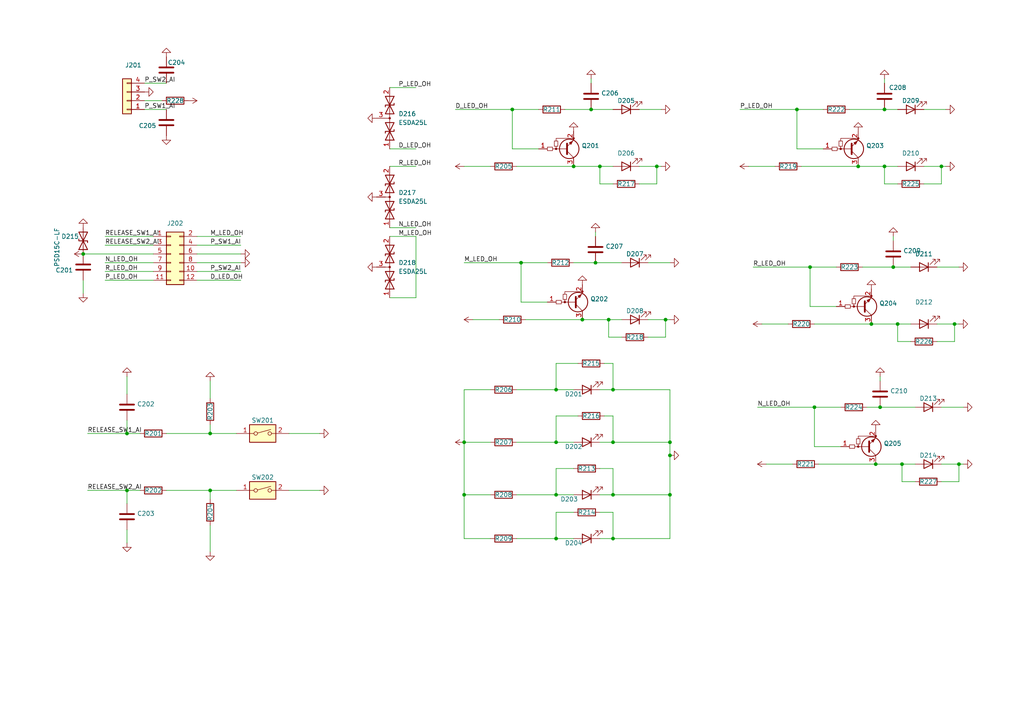
<source format=kicad_sch>
(kicad_sch (version 20211123) (generator eeschema)
  (paper "A4")
  (title_block (title "SX7H SHIFTER LED SCH") (date "2022-03-21") (rev "V02") (company "宁波正朗汽车零部件有限公司") (comment 1 "批准：") (comment 2 "校验：") (comment 3 "设计：Etan Tao"))
  (lib_symbols
    (symbol "C_7" (pin_numbers hide) (pin_names (offset 0.254))
      (property "Reference" "C" (at 0.635 2.54 0))
      (property "Value" "C_7" (at 0.635 -2.54 0))
      (symbol "C_7_1_1"
        (pin passive line (at 0 3.81 270) (length 2.794) (name "~") (number "1"))
        (pin passive line (at 0 -3.81 90) (length 2.794) (name "~") (number "2"))
      )
    )
    (symbol "Connector_Generic:Conn_01x04" (pin_names (offset 1.016) hide)
      (property "Reference" "J" (at 0 5.08 0))
      (property "Value" "Conn_01x04" (at 0 -7.62 0))
      (symbol "Conn_01x04_1_1"
        (pin passive line (at -5.08 2.54 0) (length 3.81) (name "Pin_1") (number "1"))
        (pin passive line (at -5.08 0 0) (length 3.81) (name "Pin_2") (number "2"))
        (pin passive line (at -5.08 -2.54 0) (length 3.81) (name "Pin_3") (number "3"))
        (pin passive line (at -5.08 -5.08 0) (length 3.81) (name "Pin_4") (number "4"))
      )
    )
    (symbol "Connector_Generic:Conn_02x06_Odd_Even" (pin_names (offset 1.016) hide)
      (property "Reference" "J" (at 1.27 7.62 0))
      (property "Value" "Conn_02x06_Odd_Even" (at 1.27 -10.16 0))
      (symbol "Conn_02x06_Odd_Even_1_1"
        (pin passive line (at -5.08 5.08 0) (length 3.81) (name "Pin_1") (number "1"))
        (pin passive line (at 7.62 -5.08 180) (length 3.81) (name "Pin_10") (number "10"))
        (pin passive line (at -5.08 -7.62 0) (length 3.81) (name "Pin_11") (number "11"))
        (pin passive line (at 7.62 -7.62 180) (length 3.81) (name "Pin_12") (number "12"))
        (pin passive line (at 7.62 5.08 180) (length 3.81) (name "Pin_2") (number "2"))
        (pin passive line (at -5.08 2.54 0) (length 3.81) (name "Pin_3") (number "3"))
        (pin passive line (at 7.62 2.54 180) (length 3.81) (name "Pin_4") (number "4"))
        (pin passive line (at -5.08 0 0) (length 3.81) (name "Pin_5") (number "5"))
        (pin passive line (at 7.62 0 180) (length 3.81) (name "Pin_6") (number "6"))
        (pin passive line (at -5.08 -2.54 0) (length 3.81) (name "Pin_7") (number "7"))
        (pin passive line (at 7.62 -2.54 180) (length 3.81) (name "Pin_8") (number "8"))
        (pin passive line (at -5.08 -5.08 0) (length 3.81) (name "Pin_9") (number "9"))
      )
    )
    (symbol "Device:C" (pin_numbers hide) (pin_names (offset 0.254))
      (property "Reference" "C" (at 0.635 2.54 0))
      (property "Value" "C" (at 0.635 -2.54 0))
      (symbol "C_1_1"
        (pin passive line (at 0 3.81 270) (length 2.794) (name "~") (number "1"))
        (pin passive line (at 0 -3.81 90) (length 2.794) (name "~") (number "2"))
      )
    )
    (symbol "Device:D_TVS" (pin_numbers hide) (pin_names (offset 1.016) hide)
      (property "Reference" "D" (at 0 2.54 0))
      (property "Value" "D_TVS" (at 0 -2.54 0))
      (symbol "D_TVS_1_1"
        (pin passive line (at -3.81 0 0) (length 2.54) (name "A1") (number "1"))
        (pin passive line (at 3.81 0 180) (length 2.54) (name "A2") (number "2"))
      )
    )
    (symbol "Device:D_TVS_Dual_AAC" (pin_names (offset 1.016) hide)
      (property "Reference" "D" (at 0 4.445 0))
      (property "Value" "D_TVS_Dual_AAC" (at 0 2.54 0))
      (symbol "D_TVS_Dual_AAC_1_1"
        (pin passive line (at -8.89 0 0) (length 2.54) (name "A1") (number "1"))
        (pin passive line (at 8.89 0 180) (length 2.54) (name "A2") (number "2"))
        (pin input line (at 0 -3.81 90) (length 2.54) (name "common") (number "3"))
      )
    )
    (symbol "Device:LED" (pin_numbers hide) (pin_names (offset 1.016) hide)
      (property "Reference" "D" (at 0 2.54 0))
      (property "Value" "LED" (at 0 -2.54 0))
      (symbol "LED_1_1"
        (pin passive line (at -3.81 0 0) (length 2.54) (name "K") (number "1"))
        (pin passive line (at 3.81 0 180) (length 2.54) (name "A") (number "2"))
      )
    )
    (symbol "Device:Q_NPN_BEC_BRT" (pin_names hide)
      (property "Reference" "Q" (at 3.81 1.27 0))
      (property "Value" "Q_NPN_BEC_BRT" (at 3.81 -1.27 0))
      (symbol "Q_NPN_BEC_BRT_1_1"
        (pin input line (at -8.89 0 0) (length 2.54) (name "B") (number "1"))
        (pin passive line (at 1.27 -5.08 90) (length 2.54) (name "E") (number "2"))
        (pin passive line (at 1.27 5.08 270) (length 2.54) (name "C") (number "3"))
      )
    )
    (symbol "Device:R" (pin_numbers hide) (pin_names (offset 0))
      (property "Reference" "R" (at 2.032 0 90))
      (property "Value" "R" (at 0 0 90))
      (symbol "R_1_1"
        (pin passive line (at 0 3.81 270) (length 1.27) (name "~") (number "1"))
        (pin passive line (at 0 -3.81 90) (length 1.27) (name "~") (number "2"))
      )
    )
    (symbol "Switch:SW_DIP_x01" (pin_names (offset 0) hide)
      (property "Reference" "SW" (at 0 3.81 0))
      (property "Value" "SW_DIP_x01" (at 0 -3.81 0))
      (symbol "SW_DIP_x01_1_1"
        (pin passive line (at -7.62 0 0) (length 5.08) (name "~") (number "1"))
        (pin passive line (at 7.62 0 180) (length 5.08) (name "~") (number "2"))
      )
    )
    (symbol "power:GND" (power) (pin_names (offset 0))
      (property "Value" "GND" (at 0 -3.81 0))
      (symbol "GND_1_1"
        (pin power_in line (at 0 0 270) (length 0) hide (name "GND") (number "1"))
      )
    )
    (symbol "power:VCC" (power) (pin_names (offset 0))
      (property "Value" "VCC" (at 0 3.81 0))
      (symbol "VCC_1_1"
        (pin power_in line (at 0 0 90) (length 0) hide (name "VCC") (number "1"))
      )
    )
  )
  (junction (at 273.05 48.26))
  (junction (at 60.96 142.24))
  (junction (at 36.83 125.73))
  (junction (at 190.5 48.26))
  (junction (at 176.53 92.71))
  (junction (at 259.08 77.47))
  (junction (at 261.62 134.62))
  (junction (at 134.62 128.27))
  (junction (at 252.73 93.98))
  (junction (at 231.14 31.75))
  (junction (at 177.8 113.03))
  (junction (at 173.99 48.26))
  (junction (at 148.59 31.75))
  (junction (at 24.13 73.66))
  (junction (at 194.31 143.51))
  (junction (at 248.92 48.26))
  (junction (at 161.29 143.51))
  (junction (at 172.72 76.2))
  (junction (at 161.29 128.27))
  (junction (at 168.91 92.71))
  (junction (at 254 134.62))
  (junction (at 161.29 156.21))
  (junction (at 256.54 48.26))
  (junction (at 193.04 92.71))
  (junction (at 236.22 118.11))
  (junction (at 166.37 48.26))
  (junction (at 177.8 156.21))
  (junction (at 134.62 143.51))
  (junction (at 177.8 143.51))
  (junction (at 278.13 134.62))
  (junction (at 151.13 76.2))
  (junction (at 171.45 31.75))
  (junction (at 234.95 77.47))
  (junction (at 177.8 128.27))
  (junction (at 194.31 132.08))
  (junction (at 255.27 118.11))
  (junction (at 194.31 128.27))
  (junction (at 60.96 125.73))
  (junction (at 161.29 113.03))
  (junction (at 256.54 31.75))
  (junction (at 276.86 93.98))
  (junction (at 260.35 93.98))
  (junction (at 36.83 142.24))
  (wire (pts (xy 267.97 53.34) (xy 273.05 53.34)))
  (wire (pts (xy 57.15 76.2) (xy 69.85 76.2)))
  (wire (pts (xy 236.22 118.11) (xy 243.84 118.11)))
  (wire (pts (xy 185.42 31.75) (xy 191.77 31.75)))
  (wire (pts (xy 120.65 68.58) (xy 120.65 86.36)))
  (wire (pts (xy 267.97 48.26) (xy 273.05 48.26)))
  (wire (pts (xy 30.48 81.28) (xy 44.45 81.28)))
  (wire (pts (xy 193.04 92.71) (xy 194.31 92.71)))
  (wire (pts (xy 273.05 134.62) (xy 278.13 134.62)))
  (wire (pts (xy 236.22 93.98) (xy 252.73 93.98)))
  (wire (pts (xy 252.73 93.98) (xy 260.35 93.98)))
  (wire (pts (xy 273.05 118.11) (xy 279.4 118.11)))
  (wire (pts (xy 276.86 93.98) (xy 278.13 93.98)))
  (wire (pts (xy 261.62 134.62) (xy 265.43 134.62)))
  (wire (pts (xy 175.26 120.65) (xy 177.8 120.65)))
  (wire (pts (xy 177.8 120.65) (xy 177.8 128.27)))
  (wire (pts (xy 173.99 135.89) (xy 177.8 135.89)))
  (wire (pts (xy 177.8 135.89) (xy 177.8 143.51)))
  (wire (pts (xy 152.4 92.71) (xy 168.91 92.71)))
  (wire (pts (xy 168.91 92.71) (xy 176.53 92.71)))
  (wire (pts (xy 261.62 139.7) (xy 261.62 134.62)))
  (wire (pts (xy 217.17 48.26) (xy 224.79 48.26)))
  (wire (pts (xy 113.03 86.36) (xy 120.65 86.36)))
  (wire (pts (xy 134.62 76.2) (xy 151.13 76.2)))
  (wire (pts (xy 243.84 129.54) (xy 236.22 129.54)))
  (wire (pts (xy 256.54 48.26) (xy 260.35 48.26)))
  (wire (pts (xy 25.4 142.24) (xy 36.83 142.24)))
  (wire (pts (xy 36.83 142.24) (xy 40.64 142.24)))
  (wire (pts (xy 161.29 120.65) (xy 161.29 128.27)))
  (wire (pts (xy 167.64 120.65) (xy 161.29 120.65)))
  (wire (pts (xy 260.35 53.34) (xy 256.54 53.34)))
  (wire (pts (xy 57.15 68.58) (xy 69.85 68.58)))
  (wire (pts (xy 273.05 139.7) (xy 278.13 139.7)))
  (wire (pts (xy 149.86 113.03) (xy 161.29 113.03)))
  (wire (pts (xy 161.29 113.03) (xy 166.37 113.03)))
  (wire (pts (xy 60.96 123.19) (xy 60.96 125.73)))
  (wire (pts (xy 185.42 53.34) (xy 190.5 53.34)))
  (wire (pts (xy 190.5 53.34) (xy 190.5 48.26)))
  (wire (pts (xy 57.15 71.12) (xy 69.85 71.12)))
  (wire (pts (xy 256.54 31.75) (xy 260.35 31.75)))
  (wire (pts (xy 173.99 53.34) (xy 173.99 48.26)))
  (wire (pts (xy 177.8 53.34) (xy 173.99 53.34)))
  (wire (pts (xy 180.34 97.79) (xy 176.53 97.79)))
  (wire (pts (xy 259.08 68.58) (xy 259.08 69.85)))
  (wire (pts (xy 41.91 29.21) (xy 46.99 29.21)))
  (wire (pts (xy 151.13 76.2) (xy 151.13 87.63)))
  (wire (pts (xy 148.59 31.75) (xy 148.59 43.18)))
  (wire (pts (xy 156.21 43.18) (xy 148.59 43.18)))
  (wire (pts (xy 187.96 76.2) (xy 194.31 76.2)))
  (wire (pts (xy 113.03 68.58) (xy 120.65 68.58)))
  (wire (pts (xy 276.86 99.06) (xy 276.86 93.98)))
  (wire (pts (xy 273.05 53.34) (xy 273.05 48.26)))
  (wire (pts (xy 187.96 97.79) (xy 193.04 97.79)))
  (wire (pts (xy 134.62 48.26) (xy 142.24 48.26)))
  (wire (pts (xy 161.29 135.89) (xy 161.29 143.51)))
  (wire (pts (xy 166.37 135.89) (xy 161.29 135.89)))
  (wire (pts (xy 60.96 144.78) (xy 60.96 142.24)))
  (wire (pts (xy 259.08 77.47) (xy 264.16 77.47)))
  (wire (pts (xy 113.03 43.18) (xy 120.65 43.18)))
  (wire (pts (xy 30.48 78.74) (xy 44.45 78.74)))
  (wire (pts (xy 242.57 88.9) (xy 234.95 88.9)))
  (wire (pts (xy 24.13 85.09) (xy 24.13 81.28)))
  (wire (pts (xy 176.53 97.79) (xy 176.53 92.71)))
  (wire (pts (xy 273.05 48.26) (xy 274.32 48.26)))
  (wire (pts (xy 113.03 25.4) (xy 120.65 25.4)))
  (wire (pts (xy 166.37 76.2) (xy 172.72 76.2)))
  (wire (pts (xy 158.75 87.63) (xy 151.13 87.63)))
  (wire (pts (xy 219.71 118.11) (xy 236.22 118.11)))
  (wire (pts (xy 187.96 92.71) (xy 193.04 92.71)))
  (wire (pts (xy 60.96 110.49) (xy 60.96 115.57)))
  (wire (pts (xy 238.76 43.18) (xy 231.14 43.18)))
  (wire (pts (xy 173.99 148.59) (xy 177.8 148.59)))
  (wire (pts (xy 177.8 148.59) (xy 177.8 156.21)))
  (wire (pts (xy 264.16 99.06) (xy 260.35 99.06)))
  (wire (pts (xy 278.13 134.62) (xy 279.4 134.62)))
  (wire (pts (xy 163.83 31.75) (xy 171.45 31.75)))
  (wire (pts (xy 41.91 24.13) (xy 48.26 24.13)))
  (wire (pts (xy 271.78 99.06) (xy 276.86 99.06)))
  (wire (pts (xy 24.13 73.66) (xy 44.45 73.66)))
  (wire (pts (xy 149.86 143.51) (xy 161.29 143.51)))
  (wire (pts (xy 173.99 113.03) (xy 177.8 113.03)))
  (wire (pts (xy 177.8 113.03) (xy 194.31 113.03)))
  (wire (pts (xy 36.83 121.92) (xy 36.83 125.73)))
  (wire (pts (xy 234.95 88.9) (xy 234.95 77.47)))
  (wire (pts (xy 214.63 31.75) (xy 231.14 31.75)))
  (wire (pts (xy 173.99 143.51) (xy 177.8 143.51)))
  (wire (pts (xy 177.8 143.51) (xy 194.31 143.51)))
  (wire (pts (xy 234.95 77.47) (xy 242.57 77.47)))
  (wire (pts (xy 161.29 148.59) (xy 161.29 156.21)))
  (wire (pts (xy 166.37 148.59) (xy 161.29 148.59)))
  (wire (pts (xy 132.08 31.75) (xy 148.59 31.75)))
  (wire (pts (xy 83.82 142.24) (xy 92.71 142.24)))
  (wire (pts (xy 30.48 68.58) (xy 44.45 68.58)))
  (wire (pts (xy 171.45 31.75) (xy 177.8 31.75)))
  (wire (pts (xy 30.48 71.12) (xy 44.45 71.12)))
  (wire (pts (xy 171.45 22.86) (xy 171.45 24.13)))
  (wire (pts (xy 148.59 31.75) (xy 156.21 31.75)))
  (wire (pts (xy 166.37 143.51) (xy 161.29 143.51)))
  (wire (pts (xy 113.03 66.04) (xy 120.65 66.04)))
  (wire (pts (xy 161.29 105.41) (xy 161.29 113.03)))
  (wire (pts (xy 167.64 105.41) (xy 161.29 105.41)))
  (wire (pts (xy 113.03 48.26) (xy 120.65 48.26)))
  (wire (pts (xy 57.15 73.66) (xy 69.85 73.66)))
  (wire (pts (xy 41.91 31.75) (xy 48.26 31.75)))
  (wire (pts (xy 255.27 109.22) (xy 255.27 110.49)))
  (wire (pts (xy 149.86 48.26) (xy 166.37 48.26)))
  (wire (pts (xy 166.37 48.26) (xy 173.99 48.26)))
  (wire (pts (xy 173.99 48.26) (xy 177.8 48.26)))
  (wire (pts (xy 134.62 128.27) (xy 142.24 128.27)))
  (wire (pts (xy 220.98 93.98) (xy 228.6 93.98)))
  (wire (pts (xy 237.49 134.62) (xy 254 134.62)))
  (wire (pts (xy 254 134.62) (xy 261.62 134.62)))
  (wire (pts (xy 232.41 48.26) (xy 248.92 48.26)))
  (wire (pts (xy 248.92 48.26) (xy 256.54 48.26)))
  (wire (pts (xy 36.83 109.22) (xy 36.83 114.3)))
  (wire (pts (xy 175.26 105.41) (xy 177.8 105.41)))
  (wire (pts (xy 194.31 113.03) (xy 194.31 128.27)))
  (wire (pts (xy 194.31 128.27) (xy 194.31 132.08)))
  (wire (pts (xy 30.48 76.2) (xy 44.45 76.2)))
  (wire (pts (xy 60.96 152.4) (xy 60.96 160.02)))
  (wire (pts (xy 246.38 31.75) (xy 256.54 31.75)))
  (wire (pts (xy 260.35 93.98) (xy 264.16 93.98)))
  (wire (pts (xy 260.35 99.06) (xy 260.35 93.98)))
  (wire (pts (xy 265.43 139.7) (xy 261.62 139.7)))
  (wire (pts (xy 185.42 48.26) (xy 190.5 48.26)))
  (wire (pts (xy 190.5 48.26) (xy 191.77 48.26)))
  (wire (pts (xy 193.04 97.79) (xy 193.04 92.71)))
  (wire (pts (xy 25.4 125.73) (xy 36.83 125.73)))
  (wire (pts (xy 36.83 125.73) (xy 40.64 125.73)))
  (wire (pts (xy 251.46 118.11) (xy 255.27 118.11)))
  (wire (pts (xy 255.27 118.11) (xy 265.43 118.11)))
  (wire (pts (xy 278.13 139.7) (xy 278.13 134.62)))
  (wire (pts (xy 134.62 143.51) (xy 142.24 143.51)))
  (wire (pts (xy 222.25 134.62) (xy 229.87 134.62)))
  (wire (pts (xy 149.86 128.27) (xy 161.29 128.27)))
  (wire (pts (xy 267.97 31.75) (xy 274.32 31.75)))
  (wire (pts (xy 176.53 92.71) (xy 180.34 92.71)))
  (wire (pts (xy 236.22 129.54) (xy 236.22 118.11)))
  (wire (pts (xy 250.19 77.47) (xy 259.08 77.47)))
  (wire (pts (xy 218.44 77.47) (xy 234.95 77.47)))
  (wire (pts (xy 172.72 76.2) (xy 180.34 76.2)))
  (wire (pts (xy 57.15 81.28) (xy 69.85 81.28)))
  (wire (pts (xy 149.86 156.21) (xy 161.29 156.21)))
  (wire (pts (xy 161.29 156.21) (xy 166.37 156.21)))
  (wire (pts (xy 137.16 92.71) (xy 144.78 92.71)))
  (wire (pts (xy 271.78 77.47) (xy 278.13 77.47)))
  (wire (pts (xy 166.37 128.27) (xy 161.29 128.27)))
  (wire (pts (xy 172.72 67.31) (xy 172.72 68.58)))
  (wire (pts (xy 48.26 125.73) (xy 60.96 125.73)))
  (wire (pts (xy 60.96 125.73) (xy 68.58 125.73)))
  (wire (pts (xy 173.99 128.27) (xy 177.8 128.27)))
  (wire (pts (xy 177.8 128.27) (xy 194.31 128.27)))
  (wire (pts (xy 134.62 113.03) (xy 142.24 113.03)))
  (wire (pts (xy 134.62 128.27) (xy 134.62 113.03)))
  (wire (pts (xy 134.62 143.51) (xy 134.62 128.27)))
  (wire (pts (xy 134.62 156.21) (xy 134.62 143.51)))
  (wire (pts (xy 142.24 156.21) (xy 134.62 156.21)))
  (wire (pts (xy 36.83 153.67) (xy 36.83 157.48)))
  (wire (pts (xy 48.26 142.24) (xy 60.96 142.24)))
  (wire (pts (xy 60.96 142.24) (xy 68.58 142.24)))
  (wire (pts (xy 231.14 31.75) (xy 238.76 31.75)))
  (wire (pts (xy 177.8 105.41) (xy 177.8 113.03)))
  (wire (pts (xy 231.14 43.18) (xy 231.14 31.75)))
  (wire (pts (xy 151.13 76.2) (xy 158.75 76.2)))
  (wire (pts (xy 256.54 53.34) (xy 256.54 48.26)))
  (wire (pts (xy 57.15 78.74) (xy 69.85 78.74)))
  (wire (pts (xy 36.83 142.24) (xy 36.83 146.05)))
  (wire (pts (xy 173.99 156.21) (xy 177.8 156.21)))
  (wire (pts (xy 177.8 156.21) (xy 194.31 156.21)))
  (wire (pts (xy 194.31 143.51) (xy 194.31 132.08)))
  (wire (pts (xy 194.31 156.21) (xy 194.31 143.51)))
  (wire (pts (xy 256.54 22.86) (xy 256.54 24.13)))
  (wire (pts (xy 271.78 93.98) (xy 276.86 93.98)))
  (wire (pts (xy 83.82 125.73) (xy 92.71 125.73)))
  (label "P_SW1_AI" (at 41.91 31.75 0))
  (label "R_LED_OH" (at 218.44 77.47 0))
  (label "D_LED_OH" (at 60.96 81.28 0))
  (label "R_LED_OH" (at 30.48 78.74 0))
  (label "R_LED_OH" (at 115.57 48.26 0))
  (label "D_LED_OH" (at 115.57 43.18 0))
  (label "N_LED_OH" (at 219.71 118.11 0))
  (label "RELEASE_SW2_AI" (at 25.4 142.24 0))
  (label "RELEASE_SW1_AI" (at 30.48 68.58 0))
  (label "P_SW1_AI" (at 60.96 71.12 0))
  (label "N_LED_OH" (at 115.57 66.04 0))
  (label "P_SW2_AI" (at 60.96 78.74 0))
  (label "P_LED_OH" (at 214.63 31.75 0))
  (label "P_LED_OH" (at 30.48 81.28 0))
  (label "D_LED_OH" (at 132.08 31.75 0))
  (label "M_LED_OH" (at 60.96 68.58 0))
  (label "N_LED_OH" (at 30.48 76.2 0))
  (label "RELEASE_SW1_AI" (at 25.4 125.73 0))
  (label "P_LED_OH" (at 115.57 25.4 0))
  (label "P_SW2_AI" (at 41.91 24.13 0))
  (label "M_LED_OH" (at 115.57 68.58 0))
  (label "M_LED_OH" (at 134.62 76.2 0))
  (label "RELEASE_SW2_AI" (at 30.48 71.12 0))
  (symbol (lib_id "power:GND") (at 92.71 125.73 90) (unit 1)
    (property "Reference" "#PWR0210" (effects hide))
    (property "Value" "GND" (effects hide))
  )
  (symbol (lib_id "power:GND") (at 191.77 48.26 90) (unit 1)
    (property "Reference" "#PWR0221" (effects hide))
    (property "Value" "GND" (effects hide))
  )
  (symbol (lib_id "Device:R") (at 181.61 53.34 90) (unit 1)
    (property "Reference" "R217" (at 181.61 53.34 90))
    (property "Value" "100k" (effects hide))
    (property "Footprint" "Resistor_SMD:R_0603_1608Metric" (effects hide))
    (property "Manufacturer" "RESI(开步睿思）" (effects hide))
    (property "Manufacturer Product Number" "AECR0603F100KK9" (effects hide))
    (property "Descriptions" "RES 100k 1% 1/10W 0603" (effects hide))
  )
  (symbol (lib_id "power:GND") (at 254 124.46 180) (unit 1)
    (property "Reference" "#PWR0233" (effects hide))
    (property "Value" "GND" (effects hide))
  )
  (symbol (lib_id "power:GND") (at 252.73 83.82 180) (unit 1)
    (property "Reference" "#PWR0232" (effects hide))
    (property "Value" "GND" (effects hide))
  )
  (symbol (lib_id "power:GND") (at 109.22 34.29 270) (unit 1)
    (property "Reference" "#PWR0242" (effects hide))
    (property "Value" "GND" (effects hide))
  )
  (symbol (lib_id "Device:R") (at 184.15 97.79 90) (unit 1)
    (property "Reference" "R218" (at 184.15 97.79 90))
    (property "Value" "100k" (effects hide))
    (property "Footprint" "Resistor_SMD:R_0603_1608Metric" (effects hide))
    (property "Manufacturer" "RESI(开步睿思）" (effects hide))
    (property "Manufacturer Product Number" "AECR0603F100KK9" (effects hide))
    (property "Descriptions" "RES 100k 1% 1/10W 0603" (effects hide))
  )
  (symbol (lib_id "Device:R") (at 44.45 142.24 270) (unit 1)
    (property "Reference" "R202" (at 44.45 142.24 90))
    (property "Value" "470R" (effects hide))
    (property "Footprint" "Resistor_SMD:R_0805_2012Metric" (effects hide))
    (property "Manufacturer" "RESI(开步睿思）" (effects hide))
    (property "Manufacturer Product Number" "AECR0805F470RK9" (effects hide))
    (property "Descriptions" "RES 470R 1% 1/8W 0805" (effects hide))
  )
  (symbol (lib_id "Device:LED") (at 264.16 48.26 180) (unit 1)
    (property "Reference" "D210" (at 264.16 44.45 0))
    (property "Value" "LED_RED" (effects hide))
    (property "Footprint" "LED_SMD:LED_miniPLCC_2315_Handsoldering" (effects hide))
    (property "Manufacturer Product Number" "H2214AV32A3C01" (effects hide))
    (property "Manufacturer" "HongBright" (effects hide))
    (property "Descriptions" "LED Red SMD 2315" (effects hide))
    (property "Description" "LED Red SMD 2315" (effects hide))
  )
  (symbol (lib_id "power:VCC") (at 222.25 134.62 90) (unit 1)
    (property "Reference" "#PWR0227" (effects hide))
    (property "Value" "VCC" (effects hide))
  )
  (symbol (lib_id "Device:R") (at 146.05 128.27 90) (unit 1)
    (property "Reference" "R207" (at 146.05 128.27 90))
    (property "Value" "12k" (effects hide))
    (property "Footprint" "Resistor_SMD:R_0805_2012Metric" (effects hide))
    (property "Manufacturer" "RESI(开步睿思）" (effects hide))
    (property "Manufacturer Product Number" "AECR1206F12K0K9" (effects hide))
    (property "Descriptions" "RES 12k 1% 1/4W 1206" (effects hide))
  )
  (symbol (lib_id "power:VCC") (at 54.61 29.21 270) (unit 1)
    (property "Reference" "#PWR0101" (effects hide))
    (property "Value" "VCC" (effects hide))
  )
  (symbol (lib_id "power:GND") (at 60.96 160.02 0) (unit 1)
    (property "Reference" "#PWR0207" (effects hide))
    (property "Value" "GND" (effects hide))
  )
  (symbol (lib_id "power:VCC") (at 137.16 92.71 90) (unit 1)
    (property "Reference" "#PWR0215" (effects hide))
    (property "Value" "VCC" (effects hide))
  )
  (symbol (lib_id "Device:R") (at 146.05 143.51 90) (unit 1)
    (property "Reference" "R208" (at 146.05 143.51 90))
    (property "Value" "13k" (effects hide))
    (property "Footprint" "Resistor_SMD:R_0805_2012Metric" (effects hide))
    (property "Manufacturer" "RESI(开步睿思）" (effects hide))
    (property "Manufacturer Product Number" "AECR1206F13K0K9" (effects hide))
    (property "Descriptions" "RES 13k 1% 1/4W 1206" (effects hide))
  )
  (symbol (lib_id "Device:LED") (at 170.18 128.27 180) (unit 1)
    (property "Reference" "D202" (at 166.37 129.54 0))
    (property "Value" "LED_RED" (effects hide))
    (property "Footprint" "LED_SMD:LED_miniPLCC_2315_Handsoldering" (effects hide))
    (property "Manufacturer Product Number" "H2214AV32A3C01" (effects hide))
    (property "Manufacturer" "HongBright" (effects hide))
    (property "Descriptions" "LED Red SMD 2315" (effects hide))
    (property "Description" "LED Red SMD 2315" (effects hide))
  )
  (symbol (lib_id "power:GND") (at 109.22 77.47 270) (unit 1)
    (property "Reference" "#PWR0244" (effects hide))
    (property "Value" "GND" (effects hide))
  )
  (symbol (lib_id "power:GND") (at 48.26 39.37 0) (unit 1)
    (property "Reference" "#PWR0208" (effects hide))
    (property "Value" "GND" (effects hide))
  )
  (symbol (lib_id "power:GND") (at 255.27 109.22 180) (unit 1)
    (property "Reference" "#PWR0230" (effects hide))
    (property "Value" "GND" (effects hide))
  )
  (symbol (lib_id "power:GND") (at 259.08 68.58 180) (unit 1)
    (property "Reference" "#PWR0229" (effects hide))
    (property "Value" "GND" (effects hide))
  )
  (symbol (lib_id "Device:C") (at 256.54 27.94 180) (unit 1)
    (property "Reference" "C208" (at 257.81 25.4 0) (effects (justify right)))
    (property "Value" "10nF/100V" (effects hide))
    (property "Footprint" "Capacitor_SMD:C_0603_1608Metric" (effects hide))
    (property "Manufacturer Product Number" "AC0603KRX7R0BB103" (effects hide))
    (property "Manufacturer" "YAGEO" (effects hide))
    (property "Descriptions" "CAP CER 10nF 100V X7R 0603" (effects hide))
    (property "Description" "CAP CER 10nF 100V X7R 0603" (effects hide))
  )
  (symbol (lib_id "Switch:SW_DIP_x01") (at 76.2 125.73 0) (unit 1)
    (property "Reference" "SW201" (at 76.2 121.92 0))
    (property "Value" "RELEASE1" (effects hide))
    (property "Footprint" "GODPP:SideSW" (effects hide))
  )
  (symbol (lib_id "Device:R") (at 171.45 105.41 90) (unit 1)
    (property "Reference" "R215" (at 171.45 105.41 90))
    (property "Value" "100k" (effects hide))
    (property "Footprint" "Resistor_SMD:R_0603_1608Metric" (effects hide))
    (property "Manufacturer" "RESI(开步睿思）" (effects hide))
    (property "Manufacturer Product Number" "AECR0603F100KK9" (effects hide))
    (property "Descriptions" "RES 100k 1% 1/10W 0603" (effects hide))
  )
  (symbol (lib_id "power:VCC") (at 217.17 48.26 90) (unit 1)
    (property "Reference" "#PWR0225" (effects hide))
    (property "Value" "VCC" (effects hide))
  )
  (symbol (lib_id "power:GND") (at 256.54 22.86 180) (unit 1)
    (property "Reference" "#PWR0228" (effects hide))
    (property "Value" "GND" (effects hide))
  )
  (symbol (lib_id "power:VCC") (at 24.13 73.66 90) (unit 1)
    (property "Reference" "#PWR0201" (effects hide))
    (property "Value" "VCC" (effects hide))
  )
  (symbol (lib_id "Device:Q_NPN_BEC_BRT") (at 247.65 43.18 0) (mirror x) (unit 1)
    (property "Reference" "Q203" (at 251.2313 42.2715 0) (effects (justify left)))
    (property "Value" "DDTC114EUA" (effects hide))
    (property "Footprint" "Package_TO_SOT_SMD:SOT-323_SC-70" (effects hide))
    (property "Manufacturer" "Diodes Incorporated" (effects hide))
    (property "Manufacturer Product Number" "DDTC114EUA-7-F" (effects hide))
    (property "Descriptions" "TRANS PREBIAS NPN 200MW SOT323" (effects hide))
  )
  (symbol (lib_id "power:VCC") (at 220.98 93.98 90) (unit 1)
    (property "Reference" "#PWR0226" (effects hide))
    (property "Value" "VCC" (effects hide))
  )
  (symbol (lib_id "power:GND") (at 191.77 31.75 90) (unit 1)
    (property "Reference" "#PWR0220" (effects hide))
    (property "Value" "GND" (effects hide))
  )
  (symbol (lib_id "power:GND") (at 24.13 66.04 180) (unit 1)
    (property "Reference" "#PWR0212" (effects hide))
    (property "Value" "GND" (effects hide))
  )
  (symbol (lib_id "Device:LED") (at 181.61 48.26 180) (unit 1)
    (property "Reference" "D206" (at 181.61 44.45 0))
    (property "Value" "LED_RED" (effects hide))
    (property "Footprint" "LED_SMD:LED_miniPLCC_2315_Handsoldering" (effects hide))
    (property "Manufacturer Product Number" "H2214AV32A3C01" (effects hide))
    (property "Manufacturer" "HongBright" (effects hide))
    (property "Descriptions" "LED Red SMD 2315" (effects hide))
    (property "Description" "LED Red SMD 2315" (effects hide))
  )
  (symbol (lib_id "power:GND") (at 194.31 76.2 90) (unit 1)
    (property "Reference" "#PWR0222" (effects hide))
    (property "Value" "GND" (effects hide))
  )
  (symbol (lib_id "Device:LED") (at 264.16 31.75 180) (unit 1)
    (property "Reference" "D209" (at 264.16 29.21 0))
    (property "Value" "LED_YELLOW" (effects hide))
    (property "Footprint" "LED_SMD:LED_miniPLCC_2315_Handsoldering" (effects hide))
    (property "Manufacturer Product Number" "H2214AY24E3C01" (effects hide))
    (property "Manufacturer" "HongBright" (effects hide))
    (property "Descriptions" "LED Yellow SMD 2315" (effects hide))
    (property "Description" "LED Yellow SMD 2315" (effects hide))
  )
  (symbol (lib_id "power:GND") (at 24.13 85.09 0) (unit 1)
    (property "Reference" "#PWR0203" (effects hide))
    (property "Value" "GND" (effects hide))
  )
  (symbol (lib_id "Device:LED") (at 170.18 143.51 180) (unit 1)
    (property "Reference" "D203" (at 165.1 144.78 0))
    (property "Value" "LED_RED" (effects hide))
    (property "Footprint" "LED_SMD:LED_miniPLCC_2315_Handsoldering" (effects hide))
    (property "Manufacturer Product Number" "H2214AV32A3C01" (effects hide))
    (property "Manufacturer" "HongBright" (effects hide))
    (property "Descriptions" "LED Red SMD 2315" (effects hide))
    (property "Description" "LED Red SMD 2315" (effects hide))
  )
  (symbol (lib_id "Device:D_TVS") (at 24.13 69.85 90) (unit 1)
    (property "Reference" "D215" (at 17.78 68.58 90) (effects (justify right)))
    (property "Value" " PSD15C-LF" (at 16.51 66.04 0) (effects (justify right)))
    (property "Footprint" "Diode_SMD:D_SOD-323" (effects hide))
    (property "Descriptions" "TVS 15V" (effects hide))
    (property "Manufacturer" " PSD15C-LF" (effects hide))
    (property "Manufacturer Product Number" " PSD15C-LF" (effects hide))
  )
  (symbol (lib_id "power:GND") (at 109.22 57.15 270) (unit 1)
    (property "Reference" "#PWR0243" (effects hide))
    (property "Value" "GND" (effects hide))
  )
  (symbol (lib_id "Switch:SW_DIP_x01") (at 76.2 142.24 0) (unit 1)
    (property "Reference" "SW202" (at 76.2 138.43 0))
    (property "Value" "RELEASE2" (effects hide))
    (property "Footprint" "GODPP:SideSW" (effects hide))
  )
  (symbol (lib_id "Device:R") (at 160.02 31.75 90) (unit 1)
    (property "Reference" "R211" (at 160.02 31.75 90))
    (property "Value" "1.1k" (effects hide))
    (property "Footprint" "Resistor_SMD:R_1206_3216Metric" (effects hide))
    (property "Manufacturer" "RESI(开步睿思）" (effects hide))
    (property "Manufacturer Product Number" "AECR1206F1K10K9" (effects hide))
    (property "Descriptions" "RES 1.1k 1% 1/4W 1206" (effects hide))
  )
  (symbol (lib_id "Device:C") (at 48.26 20.32 180) (unit 1)
    (property "Reference" "C204" (at 48.641 18.1415 0) (effects (justify right)))
    (property "Value" "10nF/100V" (effects hide))
    (property "Footprint" "Capacitor_SMD:C_0603_1608Metric" (effects hide))
    (property "Manufacturer Product Number" "AC0603KRX7R0BB103" (effects hide))
    (property "Manufacturer" "YAGEO" (effects hide))
    (property "Descriptions" "CAP CER 10nF 100V X7R 0603" (effects hide))
    (property "Description" "CAP CER 10nF 100V X7R 0603" (effects hide))
  )
  (symbol (lib_id "power:GND") (at 166.37 38.1 180) (unit 1)
    (property "Reference" "#PWR0218" (effects hide))
    (property "Value" "GND" (effects hide))
  )
  (symbol (lib_name "C_7") (lib_id "Device:C") (at 24.13 77.47 180) (unit 1)
    (property "Reference" "C201" (at 21.209 78.3785 0) (effects (justify left)))
    (property "Value" "100nF/50V" (effects hide))
    (property "Footprint" "Capacitor_SMD:C_0603_1608Metric" (effects hide))
    (property "Manufacturer Product Number" " AC0603KRX7R9BB104" (effects hide))
    (property "Manufacturer" "YAGEO" (effects hide))
    (property "Description" "CAP CER 100nF 50V X7R 0603" (effects hide))
    (property "Descriptions" "CAP CER 100nF 50V X7R 0603" (effects hide))
  )
  (symbol (lib_id "Device:R") (at 269.24 139.7 90) (unit 1)
    (property "Reference" "R227" (at 269.24 139.7 90))
    (property "Value" "100k" (effects hide))
    (property "Footprint" "Resistor_SMD:R_0603_1608Metric" (effects hide))
    (property "Manufacturer" "RESI(开步睿思）" (effects hide))
    (property "Manufacturer Product Number" "AECR0603F100KK9" (effects hide))
    (property "Descriptions" "RES 100k 1% 1/10W 0603" (effects hide))
  )
  (symbol (lib_id "power:GND") (at 171.45 22.86 180) (unit 1)
    (property "Reference" "#PWR0216" (effects hide))
    (property "Value" "GND" (effects hide))
  )
  (symbol (lib_id "power:GND") (at 278.13 93.98 90) (unit 1)
    (property "Reference" "#PWR0237" (effects hide))
    (property "Value" "GND" (effects hide))
  )
  (symbol (lib_id "power:GND") (at 41.91 26.67 90) (unit 1)
    (property "Reference" "#PWR0204" (effects hide))
    (property "Value" "GND" (effects hide))
  )
  (symbol (lib_id "power:GND") (at 279.4 134.62 90) (unit 1)
    (property "Reference" "#PWR0239" (effects hide))
    (property "Value" "GND" (effects hide))
  )
  (symbol (lib_id "Device:R") (at 267.97 99.06 90) (unit 1)
    (property "Reference" "R226" (at 267.97 99.06 90))
    (property "Value" "100k" (effects hide))
    (property "Footprint" "Resistor_SMD:R_0603_1608Metric" (effects hide))
    (property "Manufacturer" "RESI(开步睿思）" (effects hide))
    (property "Manufacturer Product Number" "AECR0603F100KK9" (effects hide))
    (property "Descriptions" "RES 100k 1% 1/10W 0603" (effects hide))
  )
  (symbol (lib_id "Device:R") (at 246.38 77.47 90) (unit 1)
    (property "Reference" "R223" (at 246.38 77.47 90))
    (property "Value" "1.1k" (effects hide))
    (property "Footprint" "Resistor_SMD:R_1206_3216Metric" (effects hide))
    (property "Manufacturer" "RESI(开步睿思）" (effects hide))
    (property "Manufacturer Product Number" "AECR1206F1K10K9" (effects hide))
    (property "Descriptions" "RES 1.1k 1% 1/4W 1206" (effects hide))
  )
  (symbol (lib_id "Device:LED") (at 170.18 113.03 180) (unit 1)
    (property "Reference" "D201" (at 166.37 114.3 0))
    (property "Value" "LED_RED" (effects hide))
    (property "Footprint" "LED_SMD:LED_miniPLCC_2315_Handsoldering" (effects hide))
    (property "Manufacturer Product Number" "H2214AV32A3C01" (effects hide))
    (property "Manufacturer" "HongBright" (effects hide))
    (property "Descriptions" "LED Red SMD 2315" (effects hide))
    (property "Description" "LED Red SMD 2315" (effects hide))
  )
  (symbol (lib_id "Device:C") (at 172.72 72.39 180) (unit 1)
    (property "Reference" "C207" (at 175.641 71.4815 0) (effects (justify right)))
    (property "Value" "10nF/100V" (effects hide))
    (property "Footprint" "Capacitor_SMD:C_0603_1608Metric" (effects hide))
    (property "Manufacturer Product Number" "AC0603KRX7R0BB103" (effects hide))
    (property "Manufacturer" "YAGEO" (effects hide))
    (property "Descriptions" "CAP CER 10nF 100V X7R 0603" (effects hide))
    (property "Description" "CAP CER 10nF 100V X7R 0603" (effects hide))
  )
  (symbol (lib_id "Device:R") (at 233.68 134.62 90) (unit 1)
    (property "Reference" "R221" (at 233.68 134.62 90))
    (property "Value" "9.1k" (effects hide))
    (property "Footprint" "Resistor_SMD:R_0805_2012Metric" (effects hide))
    (property "Manufacturer" "RESI(开步睿思）" (effects hide))
    (property "Manufacturer Product Number" "AECR1206F9K10K9" (effects hide))
    (property "Descriptions" "RES 9.1k 1% 1/4W 1206" (effects hide))
  )
  (symbol (lib_id "power:GND") (at 279.4 118.11 90) (unit 1)
    (property "Reference" "#PWR0238" (effects hide))
    (property "Value" "GND" (effects hide))
  )
  (symbol (lib_id "Device:R") (at 146.05 48.26 90) (unit 1)
    (property "Reference" "R205" (at 146.05 48.26 90))
    (property "Value" "13k" (effects hide))
    (property "Footprint" "Resistor_SMD:R_0805_2012Metric" (effects hide))
    (property "Manufacturer" "RESI(开步睿思）" (effects hide))
    (property "Manufacturer Product Number" "AECR1206F13K0K9" (effects hide))
    (property "Descriptions" "RES 13k 1% 1/4W 1206" (effects hide))
  )
  (symbol (lib_id "Device:C") (at 36.83 149.86 180) (unit 1)
    (property "Reference" "C203" (at 39.751 148.9515 0) (effects (justify right)))
    (property "Value" "10nF/100V" (effects hide))
    (property "Footprint" "Capacitor_SMD:C_0603_1608Metric" (effects hide))
    (property "Manufacturer Product Number" "AC0603KRX7R0BB103" (effects hide))
    (property "Manufacturer" "YAGEO" (effects hide))
    (property "Descriptions" "CAP CER 10nF 100V X7R 0603" (effects hide))
    (property "Description" "CAP CER 10nF 100V X7R 0603" (effects hide))
  )
  (symbol (lib_id "Device:R") (at 60.96 148.59 180) (unit 1)
    (property "Reference" "R204" (at 60.96 151.13 90) (effects (justify right)))
    (property "Value" "1K" (effects hide))
    (property "Footprint" "Resistor_SMD:R_0805_2012Metric" (effects hide))
    (property "Manufacturer" "RESI(开步睿思）" (effects hide))
    (property "Manufacturer Product Number" "AECR0805F1K00K9" (effects hide))
    (property "Descriptions" "RES 1K 1% 1/8W 0805" (effects hide))
  )
  (symbol (lib_id "power:GND") (at 274.32 31.75 90) (unit 1)
    (property "Reference" "#PWR0234" (effects hide))
    (property "Value" "GND" (effects hide))
  )
  (symbol (lib_id "Device:LED") (at 267.97 77.47 180) (unit 1)
    (property "Reference" "D211" (at 267.97 73.66 0))
    (property "Value" "LED_YELLOW" (effects hide))
    (property "Footprint" "LED_SMD:LED_miniPLCC_2315_Handsoldering" (effects hide))
    (property "Manufacturer Product Number" "H2214AY24E3C01" (effects hide))
    (property "Manufacturer" "HongBright" (effects hide))
    (property "Descriptions" "LED Yellow SMD 2315" (effects hide))
    (property "Description" "LED Yellow SMD 2315" (effects hide))
  )
  (symbol (lib_id "power:GND") (at 194.31 92.71 90) (unit 1)
    (property "Reference" "#PWR0223" (effects hide))
    (property "Value" "GND" (effects hide))
  )
  (symbol (lib_id "power:GND") (at 69.85 73.66 90) (unit 1)
    (property "Reference" "#PWR0209" (effects hide))
    (property "Value" "GND" (effects hide))
  )
  (symbol (lib_id "Connector_Generic:Conn_02x06_Odd_Even") (at 49.53 73.66 0) (unit 1)
    (property "Reference" "J202" (at 50.8 64.77 0))
    (property "Value" "877591264 or A2005WV-S-2x6P-H15" (effects hide))
    (property "Footprint" "Connector_PinHeader_2.00mm:PinHeader_2x06_P2.00mm_Vertical_SMD" (effects hide))
    (property "Manufacturer" "Molex  or CJT" (effects hide))
    (property "Manufacturer Product Number" "877591264 or A2005WV-S-2x6P-H15" (effects hide))
    (property "Description" "Conn 2x6 Pitch 2mm SMD" (effects hide))
    (property "Descriptions" "Conn 2x6 Pitch 2mm SMD" (effects hide))
  )
  (symbol (lib_id "Connector_Generic:Conn_01x04") (at 36.83 29.21 180) (unit 1)
    (property "Reference" "J201" (at 38.6715 18.8935 0))
    (property "Value" "Conn_01x04" (effects hide))
    (property "Footprint" "Connector_PinHeader_2.54mm:PinHeader_1x04_P2.54mm_Vertical" (effects hide))
    (property "Description" "NP" (effects hide))
    (property "Descriptions" "NP" (effects hide))
  )
  (symbol (lib_id "Device:R") (at 148.59 92.71 90) (unit 1)
    (property "Reference" "R210" (at 148.59 92.71 90))
    (property "Value" "8.2k" (effects hide))
    (property "Footprint" "Resistor_SMD:R_0805_2012Metric" (effects hide))
    (property "Manufacturer" "RESI(开步睿思）" (effects hide))
    (property "Manufacturer Product Number" "AECR1206F8K20K9" (effects hide))
    (property "Descriptions" "RES 8.2k 1% 1/4W 1206" (effects hide))
  )
  (symbol (lib_id "Device:Q_NPN_BEC_BRT") (at 167.64 87.63 0) (mirror x) (unit 1)
    (property "Reference" "Q202" (at 171.2213 86.7215 0) (effects (justify left)))
    (property "Value" "DDTC114EUA" (effects hide))
    (property "Footprint" "Package_TO_SOT_SMD:SOT-323_SC-70" (effects hide))
    (property "Manufacturer" "Diodes Incorporated" (effects hide))
    (property "Manufacturer Product Number" "DDTC114EUA-7-F" (effects hide))
    (property "Descriptions" "TRANS PREBIAS NPN 200MW SOT323" (effects hide))
  )
  (symbol (lib_id "Device:Q_NPN_BEC_BRT") (at 252.73 129.54 0) (mirror x) (unit 1)
    (property "Reference" "Q205" (at 256.3113 128.6315 0) (effects (justify left)))
    (property "Value" "DDTC114EUA" (effects hide))
    (property "Footprint" "Package_TO_SOT_SMD:SOT-323_SC-70" (effects hide))
    (property "Manufacturer" "Diodes Incorporated" (effects hide))
    (property "Manufacturer Product Number" "DDTC114EUA-7-F" (effects hide))
    (property "Descriptions" "TRANS PREBIAS NPN 200MW SOT323" (effects hide))
  )
  (symbol (lib_id "Device:R") (at 242.57 31.75 90) (unit 1)
    (property "Reference" "R222" (at 242.57 31.75 90))
    (property "Value" "1.1k" (effects hide))
    (property "Footprint" "Resistor_SMD:R_1206_3216Metric" (effects hide))
    (property "Manufacturer" "RESI(开步睿思）" (effects hide))
    (property "Manufacturer Product Number" "AECR1206F1K10K9" (effects hide))
    (property "Descriptions" "RES 1.1k 1% 1/4W 1206" (effects hide))
  )
  (symbol (lib_id "power:GND") (at 172.72 67.31 180) (unit 1)
    (property "Reference" "#PWR0217" (effects hide))
    (property "Value" "GND" (effects hide))
  )
  (symbol (lib_id "power:GND") (at 168.91 82.55 180) (unit 1)
    (property "Reference" "#PWR0219" (effects hide))
    (property "Value" "GND" (effects hide))
  )
  (symbol (lib_id "Device:R") (at 44.45 125.73 270) (unit 1)
    (property "Reference" "R201" (at 44.45 125.73 90))
    (property "Value" "470R" (effects hide))
    (property "Footprint" "Resistor_SMD:R_0805_2012Metric" (effects hide))
    (property "Manufacturer" "RESI(开步睿思）" (effects hide))
    (property "Manufacturer Product Number" "AECR0805F470RK9" (effects hide))
    (property "Descriptions" "RES 470R 1% 1/8W 0805" (effects hide))
  )
  (symbol (lib_id "Device:LED") (at 184.15 76.2 180) (unit 1)
    (property "Reference" "D207" (at 184.15 73.66 0))
    (property "Value" "LED_YELLOW" (effects hide))
    (property "Footprint" "LED_SMD:LED_miniPLCC_2315_Handsoldering" (effects hide))
    (property "Manufacturer Product Number" "H2214AY24E3C01" (effects hide))
    (property "Manufacturer" "HongBright" (effects hide))
    (property "Descriptions" "LED Yellow SMD 2315" (effects hide))
    (property "Description" "LED Yellow SMD 2315" (effects hide))
  )
  (symbol (lib_id "Device:LED") (at 170.18 156.21 180) (unit 1)
    (property "Reference" "D204" (at 166.37 157.48 0))
    (property "Value" "LED_RED" (effects hide))
    (property "Footprint" "LED_SMD:LED_miniPLCC_2315_Handsoldering" (effects hide))
    (property "Manufacturer Product Number" "H2214AV32A3C01" (effects hide))
    (property "Manufacturer" "HongBright" (effects hide))
    (property "Descriptions" "LED Red SMD 2315" (effects hide))
    (property "Description" "LED Red SMD 2315" (effects hide))
  )
  (symbol (lib_id "power:GND") (at 36.83 109.22 180) (unit 1)
    (property "Reference" "#PWR0240" (effects hide))
    (property "Value" "GND" (effects hide))
  )
  (symbol (lib_id "Device:C") (at 171.45 27.94 180) (unit 1)
    (property "Reference" "C206" (at 174.371 27.0315 0) (effects (justify right)))
    (property "Value" "10nF/100V" (effects hide))
    (property "Footprint" "Capacitor_SMD:C_0603_1608Metric" (effects hide))
    (property "Manufacturer Product Number" "AC0603KRX7R0BB103" (effects hide))
    (property "Manufacturer" "YAGEO" (effects hide))
    (property "Descriptions" "CAP CER 10nF 100V X7R 0603" (effects hide))
    (property "Description" "CAP CER 10nF 100V X7R 0603" (effects hide))
  )
  (symbol (lib_id "Device:D_TVS_Dual_AAC") (at 113.03 57.15 270) (mirror x) (unit 1)
    (property "Reference" "D217" (at 115.57 55.8799 90) (effects (justify left)))
    (property "Value" "ESDA25L" (at 115.57 58.4199 90) (effects (justify left)))
    (property "Footprint" "Package_TO_SOT_SMD:SOT-23" (effects hide))
    (property "Descriptions" "TVS DIODE 24VWM SOT23-3" (effects hide))
    (property "Manufacturer" "BORN(伯恩半导体)" (effects hide))
    (property "Manufacturer Product Number" " ESDA25L" (effects hide))
  )
  (symbol (lib_id "Device:LED") (at 269.24 118.11 180) (unit 1)
    (property "Reference" "D213" (at 269.24 115.57 0))
    (property "Value" "LED_YELLOW" (effects hide))
    (property "Footprint" "LED_SMD:LED_miniPLCC_2315_Handsoldering" (effects hide))
    (property "Manufacturer Product Number" "H2214AY24E3C01" (effects hide))
    (property "Manufacturer" "HongBright" (effects hide))
    (property "Descriptions" "LED Yellow SMD 2315" (effects hide))
    (property "Description" "LED Yellow SMD 2315" (effects hide))
  )
  (symbol (lib_id "power:GND") (at 48.26 16.51 180) (unit 1)
    (property "Reference" "#PWR0205" (effects hide))
    (property "Value" "GND" (effects hide))
  )
  (symbol (lib_id "Device:R") (at 170.18 148.59 90) (unit 1)
    (property "Reference" "R214" (at 170.18 148.59 90))
    (property "Value" "100k" (effects hide))
    (property "Footprint" "Resistor_SMD:R_0603_1608Metric" (effects hide))
    (property "Manufacturer" "RESI(开步睿思）" (effects hide))
    (property "Manufacturer Product Number" "AECR0603F100KK9" (effects hide))
    (property "Descriptions" "RES 100k 1% 1/10W 0603" (effects hide))
  )
  (symbol (lib_id "power:VCC") (at 134.62 48.26 90) (unit 1)
    (property "Reference" "#PWR0213" (effects hide))
    (property "Value" "VCC" (effects hide))
  )
  (symbol (lib_id "power:GND") (at 248.92 38.1 180) (unit 1)
    (property "Reference" "#PWR0231" (effects hide))
    (property "Value" "GND" (effects hide))
  )
  (symbol (lib_id "Device:D_TVS_Dual_AAC") (at 113.03 77.47 270) (mirror x) (unit 1)
    (property "Reference" "D218" (at 115.57 76.1999 90) (effects (justify left)))
    (property "Value" "ESDA25L" (at 115.57 78.7399 90) (effects (justify left)))
    (property "Footprint" "Package_TO_SOT_SMD:SOT-23" (effects hide))
    (property "Descriptions" "TVS DIODE 24VWM SOT23-3" (effects hide))
    (property "Manufacturer" "BORN(伯恩半导体)" (effects hide))
    (property "Manufacturer Product Number" " ESDA25L" (effects hide))
  )
  (symbol (lib_id "Device:Q_NPN_BEC_BRT") (at 251.46 88.9 0) (mirror x) (unit 1)
    (property "Reference" "Q204" (at 255.0413 87.9915 0) (effects (justify left)))
    (property "Value" "DDTC114EUA" (effects hide))
    (property "Footprint" "Package_TO_SOT_SMD:SOT-323_SC-70" (effects hide))
    (property "Manufacturer" "Diodes Incorporated" (effects hide))
    (property "Manufacturer Product Number" "DDTC114EUA-7-F" (effects hide))
    (property "Descriptions" "TRANS PREBIAS NPN 200MW SOT323" (effects hide))
  )
  (symbol (lib_id "Device:LED") (at 269.24 134.62 180) (unit 1)
    (property "Reference" "D214" (at 269.24 132.08 0))
    (property "Value" "LED_RED" (effects hide))
    (property "Footprint" "LED_SMD:LED_miniPLCC_2315_Handsoldering" (effects hide))
    (property "Manufacturer Product Number" "H2214AV32A3C01" (effects hide))
    (property "Manufacturer" "HongBright" (effects hide))
    (property "Descriptions" "LED Red SMD 2315" (effects hide))
    (property "Description" "LED Red SMD 2315" (effects hide))
  )
  (symbol (lib_id "Device:R") (at 264.16 53.34 90) (unit 1)
    (property "Reference" "R225" (at 264.16 53.34 90))
    (property "Value" "100k" (effects hide))
    (property "Footprint" "Resistor_SMD:R_0603_1608Metric" (effects hide))
    (property "Manufacturer" "RESI(开步睿思）" (effects hide))
    (property "Manufacturer Product Number" "AECR0603F100KK9" (effects hide))
    (property "Descriptions" "RES 100k 1% 1/10W 0603" (effects hide))
  )
  (symbol (lib_id "Device:R") (at 247.65 118.11 90) (unit 1)
    (property "Reference" "R224" (at 247.65 118.11 90))
    (property "Value" "1.1k" (effects hide))
    (property "Footprint" "Resistor_SMD:R_1206_3216Metric" (effects hide))
    (property "Manufacturer" "RESI(开步睿思）" (effects hide))
    (property "Manufacturer Product Number" "AECR1206F1K10K9" (effects hide))
    (property "Descriptions" "RES 1.1k 1% 1/4W 1206" (effects hide))
  )
  (symbol (lib_id "power:GND") (at 278.13 77.47 90) (unit 1)
    (property "Reference" "#PWR0236" (effects hide))
    (property "Value" "GND" (effects hide))
  )
  (symbol (lib_id "Device:C") (at 48.26 35.56 0) (unit 1)
    (property "Reference" "C205" (at 45.339 36.4685 0) (effects (justify right)))
    (property "Value" "10nF/100V" (effects hide))
    (property "Footprint" "Capacitor_SMD:C_0603_1608Metric" (effects hide))
    (property "Manufacturer Product Number" "AC0603KRX7R0BB103" (effects hide))
    (property "Manufacturer" "YAGEO" (effects hide))
    (property "Descriptions" "CAP CER 10nF 100V X7R 0603" (effects hide))
    (property "Description" "CAP CER 10nF 100V X7R 0603" (effects hide))
  )
  (symbol (lib_id "Device:LED") (at 184.15 92.71 180) (unit 1)
    (property "Reference" "D208" (at 184.15 90.17 0))
    (property "Value" "LED_RED" (effects hide))
    (property "Footprint" "LED_SMD:LED_miniPLCC_2315_Handsoldering" (effects hide))
    (property "Manufacturer Product Number" "H2214AV32A3C01" (effects hide))
    (property "Manufacturer" "HongBright" (effects hide))
    (property "Descriptions" "LED Red SMD 2315" (effects hide))
    (property "Description" "LED Red SMD 2315" (effects hide))
  )
  (symbol (lib_id "Device:D_TVS_Dual_AAC") (at 113.03 34.29 270) (mirror x) (unit 1)
    (property "Reference" "D216" (at 115.57 33.0199 90) (effects (justify left)))
    (property "Value" "ESDA25L" (at 115.57 35.5599 90) (effects (justify left)))
    (property "Footprint" "Package_TO_SOT_SMD:SOT-23" (effects hide))
    (property "Descriptions" "TVS DIODE 24VWM SOT23-3" (effects hide))
    (property "Manufacturer" "BORN(伯恩半导体)" (effects hide))
    (property "Manufacturer Product Number" " ESDA25L" (effects hide))
  )
  (symbol (lib_id "power:GND") (at 60.96 110.49 180) (unit 1)
    (property "Reference" "#PWR0206" (effects hide))
    (property "Value" "GND" (effects hide))
  )
  (symbol (lib_id "Device:R") (at 232.41 93.98 90) (unit 1)
    (property "Reference" "R220" (at 232.41 93.98 90))
    (property "Value" "9.1k" (effects hide))
    (property "Footprint" "Resistor_SMD:R_0805_2012Metric" (effects hide))
    (property "Manufacturer" "RESI(开步睿思）" (effects hide))
    (property "Manufacturer Product Number" "AECR1206F9K10K9" (effects hide))
    (property "Descriptions" "RES 9.1k 1% 1/4W 1206" (effects hide))
  )
  (symbol (lib_id "Device:R") (at 50.8 29.21 90) (unit 1)
    (property "Reference" "R228" (at 50.8 29.21 90))
    (property "Value" "8.2K" (effects hide))
    (property "Footprint" "Resistor_SMD:R_0805_2012Metric" (effects hide))
    (property "Manufacturer" "RESI(开步睿思）" (effects hide))
    (property "Manufacturer Product Number" "AECR1206F8K20K9" (effects hide))
    (property "Descriptions" "RES 8.2k 1% 1/4W 1206" (effects hide))
  )
  (symbol (lib_id "Device:C") (at 259.08 73.66 180) (unit 1)
    (property "Reference" "C209" (at 262.001 72.7515 0) (effects (justify right)))
    (property "Value" "10nF/100V" (effects hide))
    (property "Footprint" "Capacitor_SMD:C_0603_1608Metric" (effects hide))
    (property "Manufacturer Product Number" "AC0603KRX7R0BB103" (effects hide))
    (property "Manufacturer" "YAGEO" (effects hide))
    (property "Descriptions" "CAP CER 10nF 100V X7R 0603" (effects hide))
    (property "Description" "CAP CER 10nF 100V X7R 0603" (effects hide))
  )
  (symbol (lib_id "power:GND") (at 274.32 48.26 90) (unit 1)
    (property "Reference" "#PWR0235" (effects hide))
    (property "Value" "GND" (effects hide))
  )
  (symbol (lib_id "Device:R") (at 146.05 156.21 90) (unit 1)
    (property "Reference" "R209" (at 146.05 156.21 90))
    (property "Value" "13k" (effects hide))
    (property "Footprint" "Resistor_SMD:R_0805_2012Metric" (effects hide))
    (property "Manufacturer" "RESI(开步睿思）" (effects hide))
    (property "Manufacturer Product Number" "AECR1206F13K0K9" (effects hide))
    (property "Descriptions" "RES 13k 1% 1/4W 1206" (effects hide))
  )
  (symbol (lib_id "Device:Q_NPN_BEC_BRT") (at 165.1 43.18 0) (mirror x) (unit 1)
    (property "Reference" "Q201" (at 168.6813 42.2715 0) (effects (justify left)))
    (property "Value" "DDTC114EUA" (effects hide))
    (property "Footprint" "Package_TO_SOT_SMD:SOT-323_SC-70" (effects hide))
    (property "Manufacturer" "Diodes Incorporated" (effects hide))
    (property "Manufacturer Product Number" "DDTC114EUA-7-F" (effects hide))
    (property "Descriptions" "TRANS PREBIAS NPN 200MW SOT323" (effects hide))
  )
  (symbol (lib_id "power:VCC") (at 134.62 128.27 90) (unit 1)
    (property "Reference" "#PWR0214" (effects hide))
    (property "Value" "VCC" (effects hide))
  )
  (symbol (lib_id "Device:C") (at 36.83 118.11 180) (unit 1)
    (property "Reference" "C202" (at 39.751 117.2015 0) (effects (justify right)))
    (property "Value" "10nF/100V" (effects hide))
    (property "Footprint" "Capacitor_SMD:C_0603_1608Metric" (effects hide))
    (property "Manufacturer Product Number" "AC0603KRX7R0BB103" (effects hide))
    (property "Manufacturer" "YAGEO" (effects hide))
    (property "Descriptions" "CAP CER 10nF 100V X7R 0603" (effects hide))
    (property "Description" "CAP CER 10nF 100V X7R 0603" (effects hide))
  )
  (symbol (lib_id "power:GND") (at 194.31 132.08 90) (unit 1)
    (property "Reference" "#PWR0224" (effects hide))
    (property "Value" "GND" (effects hide))
  )
  (symbol (lib_id "Device:R") (at 228.6 48.26 90) (unit 1)
    (property "Reference" "R219" (at 228.6 48.26 90))
    (property "Value" "12k" (effects hide))
    (property "Footprint" "Resistor_SMD:R_0805_2012Metric" (effects hide))
    (property "Manufacturer" "RESI(开步睿思）" (effects hide))
    (property "Manufacturer Product Number" "AECR1206F12K0K9" (effects hide))
    (property "Descriptions" "RES 12k 1% 1/4W 1206" (effects hide))
  )
  (symbol (lib_id "power:GND") (at 36.83 157.48 0) (unit 1)
    (property "Reference" "#PWR0241" (effects hide))
    (property "Value" "GND" (effects hide))
  )
  (symbol (lib_id "Device:R") (at 60.96 119.38 180) (unit 1)
    (property "Reference" "R203" (at 60.96 121.92 90) (effects (justify right)))
    (property "Value" "1K" (effects hide))
    (property "Footprint" "Resistor_SMD:R_0805_2012Metric" (effects hide))
    (property "Manufacturer" "RESI(开步睿思）" (effects hide))
    (property "Manufacturer Product Number" "AECR0805F1K00K9" (effects hide))
    (property "Descriptions" "RES 1K 1% 1/8W 0805" (effects hide))
  )
  (symbol (lib_id "Device:R") (at 162.56 76.2 90) (unit 1)
    (property "Reference" "R212" (at 162.56 76.2 90))
    (property "Value" "1.1k" (effects hide))
    (property "Footprint" "Resistor_SMD:R_1206_3216Metric" (effects hide))
    (property "Manufacturer" "RESI(开步睿思）" (effects hide))
    (property "Manufacturer Product Number" "AECR1206F1K10K9" (effects hide))
    (property "Descriptions" "RES 1.1k 1% 1/4W 1206" (effects hide))
  )
  (symbol (lib_id "Device:LED") (at 267.97 93.98 180) (unit 1)
    (property "Reference" "D212" (at 267.97 87.63 0))
    (property "Value" "LED_RED" (effects hide))
    (property "Footprint" "LED_SMD:LED_miniPLCC_2315_Handsoldering" (effects hide))
    (property "Manufacturer Product Number" "H2214AV32A3C01" (effects hide))
    (property "Manufacturer" "HongBright" (effects hide))
    (property "Descriptions" "LED Red SMD 2315" (effects hide))
    (property "Description" "LED Red SMD 2315" (effects hide))
  )
  (symbol (lib_id "Device:R") (at 171.45 120.65 90) (unit 1)
    (property "Reference" "R216" (at 171.45 120.65 90))
    (property "Value" "100k" (effects hide))
    (property "Footprint" "Resistor_SMD:R_0603_1608Metric" (effects hide))
    (property "Manufacturer" "RESI(开步睿思）" (effects hide))
    (property "Manufacturer Product Number" "AECR0603F100KK9" (effects hide))
    (property "Descriptions" "RES 100k 1% 1/10W 0603" (effects hide))
  )
  (symbol (lib_id "Device:C") (at 255.27 114.3 180) (unit 1)
    (property "Reference" "C210" (at 258.191 113.3915 0) (effects (justify right)))
    (property "Value" "10nF/100V" (effects hide))
    (property "Footprint" "Capacitor_SMD:C_0603_1608Metric" (effects hide))
    (property "Manufacturer Product Number" "AC0603KRX7R0BB103" (effects hide))
    (property "Manufacturer" "YAGEO" (effects hide))
    (property "Descriptions" "CAP CER 10nF 100V X7R 0603" (effects hide))
    (property "Description" "CAP CER 10nF 100V X7R 0603" (effects hide))
  )
  (symbol (lib_id "Device:LED") (at 181.61 31.75 180) (unit 1)
    (property "Reference" "D205" (at 181.61 29.21 0))
    (property "Value" "LED_YELLOW" (effects hide))
    (property "Footprint" "LED_SMD:LED_miniPLCC_2315_Handsoldering" (effects hide))
    (property "Manufacturer Product Number" "H2214AY24E3C01" (effects hide))
    (property "Manufacturer" "HongBright" (effects hide))
    (property "Descriptions" "LED Yellow SMD 2315" (effects hide))
    (property "Description" "LED Yellow SMD 2315" (effects hide))
  )
  (symbol (lib_id "Device:R") (at 170.18 135.89 90) (unit 1)
    (property "Reference" "R213" (at 170.18 135.89 90))
    (property "Value" "100k" (effects hide))
    (property "Footprint" "Resistor_SMD:R_0603_1608Metric" (effects hide))
    (property "Manufacturer" "RESI(开步睿思）" (effects hide))
    (property "Manufacturer Product Number" "AECR0603F100KK9" (effects hide))
    (property "Descriptions" "RES 100k 1% 1/10W 0603" (effects hide))
  )
  (symbol (lib_id "power:GND") (at 69.85 76.2 90) (unit 1)
    (property "Reference" "#PWR0202" (effects hide))
    (property "Value" "GND" (effects hide))
  )
  (symbol (lib_id "power:GND") (at 92.71 142.24 90) (unit 1)
    (property "Reference" "#PWR0211" (effects hide))
    (property "Value" "GND" (effects hide))
  )
  (symbol (lib_id "Device:R") (at 146.05 113.03 90) (unit 1)
    (property "Reference" "R206" (at 146.05 113.03 90))
    (property "Value" "8.2k" (effects hide))
    (property "Footprint" "Resistor_SMD:R_0805_2012Metric" (effects hide))
    (property "Manufacturer" "RESI(开步睿思）" (effects hide))
    (property "Manufacturer Product Number" "AECR1206F8K20K9" (effects hide))
    (property "Descriptions" "RES 8.2k 1% 1/4W 1206" (effects hide))
  )
)
</source>
